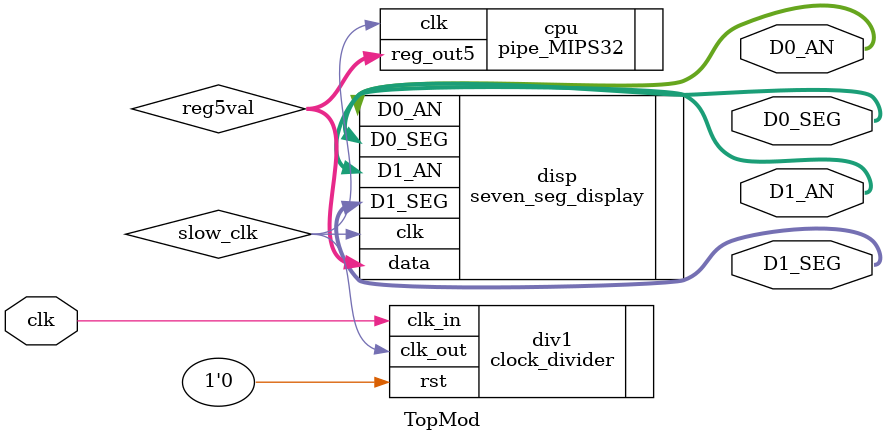
<source format=v>
`timescale 1ns / 1ps
module TopMod(
    input  wire        clk,       // 100 MHz on-board clock
    output wire [7:0]  D0_SEG,
    output wire [3:0]  D0_AN,
    output wire [7:0]  D1_SEG,
    output wire [3:0]  D1_AN
);
    wire [31:0] reg5val;
    
    wire slow_clk;
    clock_divider #(50000000) div1 (
    .clk_in(clk),
    .rst(1'b0),
    .clk_out(slow_clk)
);


    // Instantiate CPU
    pipe_MIPS32 cpu (
        .clk      (slow_clk),
        .reg_out5 (reg5val)
    );

    // Instantiate display driver
    seven_seg_display disp (
        .clk   (slow_clk),
        .data  (reg5val),
        .D0_SEG(D0_SEG),
        .D0_AN (D0_AN),
        .D1_SEG(D1_SEG),
        .D1_AN (D1_AN)
    );
endmodule

</source>
